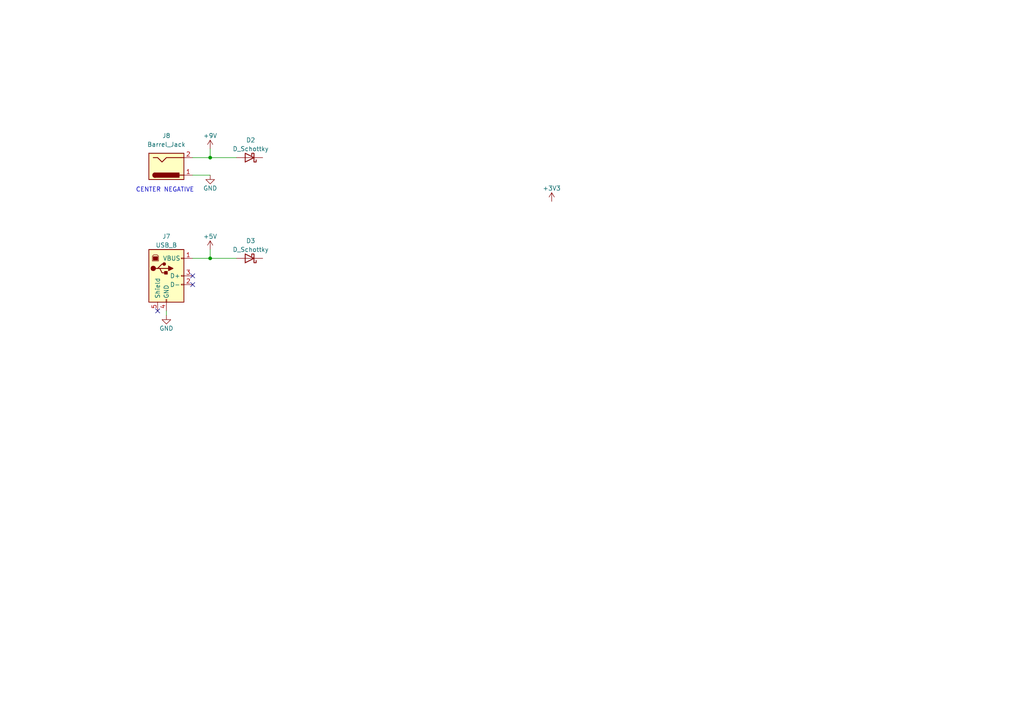
<source format=kicad_sch>
(kicad_sch (version 20230121) (generator eeschema)

  (uuid b7261dc5-6476-4294-ba88-4c6e4b6fb55d)

  (paper "A4")

  (lib_symbols
    (symbol "Connector:Barrel_Jack" (pin_names (offset 1.016)) (in_bom yes) (on_board yes)
      (property "Reference" "J" (at 0 5.334 0)
        (effects (font (size 1.27 1.27)))
      )
      (property "Value" "Barrel_Jack" (at 0 -5.08 0)
        (effects (font (size 1.27 1.27)))
      )
      (property "Footprint" "" (at 1.27 -1.016 0)
        (effects (font (size 1.27 1.27)) hide)
      )
      (property "Datasheet" "~" (at 1.27 -1.016 0)
        (effects (font (size 1.27 1.27)) hide)
      )
      (property "ki_keywords" "DC power barrel jack connector" (at 0 0 0)
        (effects (font (size 1.27 1.27)) hide)
      )
      (property "ki_description" "DC Barrel Jack" (at 0 0 0)
        (effects (font (size 1.27 1.27)) hide)
      )
      (property "ki_fp_filters" "BarrelJack*" (at 0 0 0)
        (effects (font (size 1.27 1.27)) hide)
      )
      (symbol "Barrel_Jack_0_1"
        (rectangle (start -5.08 3.81) (end 5.08 -3.81)
          (stroke (width 0.254) (type default))
          (fill (type background))
        )
        (arc (start -3.302 3.175) (mid -3.9343 2.54) (end -3.302 1.905)
          (stroke (width 0.254) (type default))
          (fill (type none))
        )
        (arc (start -3.302 3.175) (mid -3.9343 2.54) (end -3.302 1.905)
          (stroke (width 0.254) (type default))
          (fill (type outline))
        )
        (polyline
          (pts
            (xy 5.08 2.54)
            (xy 3.81 2.54)
          )
          (stroke (width 0.254) (type default))
          (fill (type none))
        )
        (polyline
          (pts
            (xy -3.81 -2.54)
            (xy -2.54 -2.54)
            (xy -1.27 -1.27)
            (xy 0 -2.54)
            (xy 2.54 -2.54)
            (xy 5.08 -2.54)
          )
          (stroke (width 0.254) (type default))
          (fill (type none))
        )
        (rectangle (start 3.683 3.175) (end -3.302 1.905)
          (stroke (width 0.254) (type default))
          (fill (type outline))
        )
      )
      (symbol "Barrel_Jack_1_1"
        (pin passive line (at 7.62 2.54 180) (length 2.54)
          (name "~" (effects (font (size 1.27 1.27))))
          (number "1" (effects (font (size 1.27 1.27))))
        )
        (pin passive line (at 7.62 -2.54 180) (length 2.54)
          (name "~" (effects (font (size 1.27 1.27))))
          (number "2" (effects (font (size 1.27 1.27))))
        )
      )
    )
    (symbol "Connector:USB_B" (pin_names (offset 1.016)) (in_bom yes) (on_board yes)
      (property "Reference" "J" (at -5.08 11.43 0)
        (effects (font (size 1.27 1.27)) (justify left))
      )
      (property "Value" "USB_B" (at -5.08 8.89 0)
        (effects (font (size 1.27 1.27)) (justify left))
      )
      (property "Footprint" "" (at 3.81 -1.27 0)
        (effects (font (size 1.27 1.27)) hide)
      )
      (property "Datasheet" " ~" (at 3.81 -1.27 0)
        (effects (font (size 1.27 1.27)) hide)
      )
      (property "ki_keywords" "connector USB" (at 0 0 0)
        (effects (font (size 1.27 1.27)) hide)
      )
      (property "ki_description" "USB Type B connector" (at 0 0 0)
        (effects (font (size 1.27 1.27)) hide)
      )
      (property "ki_fp_filters" "USB*" (at 0 0 0)
        (effects (font (size 1.27 1.27)) hide)
      )
      (symbol "USB_B_0_1"
        (rectangle (start -5.08 -7.62) (end 5.08 7.62)
          (stroke (width 0.254) (type default))
          (fill (type background))
        )
        (circle (center -3.81 2.159) (radius 0.635)
          (stroke (width 0.254) (type default))
          (fill (type outline))
        )
        (rectangle (start -3.81 5.588) (end -2.54 4.572)
          (stroke (width 0) (type default))
          (fill (type outline))
        )
        (circle (center -0.635 3.429) (radius 0.381)
          (stroke (width 0.254) (type default))
          (fill (type outline))
        )
        (rectangle (start -0.127 -7.62) (end 0.127 -6.858)
          (stroke (width 0) (type default))
          (fill (type none))
        )
        (polyline
          (pts
            (xy -1.905 2.159)
            (xy 0.635 2.159)
          )
          (stroke (width 0.254) (type default))
          (fill (type none))
        )
        (polyline
          (pts
            (xy -3.175 2.159)
            (xy -2.54 2.159)
            (xy -1.27 3.429)
            (xy -0.635 3.429)
          )
          (stroke (width 0.254) (type default))
          (fill (type none))
        )
        (polyline
          (pts
            (xy -2.54 2.159)
            (xy -1.905 2.159)
            (xy -1.27 0.889)
            (xy 0 0.889)
          )
          (stroke (width 0.254) (type default))
          (fill (type none))
        )
        (polyline
          (pts
            (xy 0.635 2.794)
            (xy 0.635 1.524)
            (xy 1.905 2.159)
            (xy 0.635 2.794)
          )
          (stroke (width 0.254) (type default))
          (fill (type outline))
        )
        (polyline
          (pts
            (xy -4.064 4.318)
            (xy -2.286 4.318)
            (xy -2.286 5.715)
            (xy -2.667 6.096)
            (xy -3.683 6.096)
            (xy -4.064 5.715)
            (xy -4.064 4.318)
          )
          (stroke (width 0) (type default))
          (fill (type none))
        )
        (rectangle (start 0.254 1.27) (end -0.508 0.508)
          (stroke (width 0.254) (type default))
          (fill (type outline))
        )
        (rectangle (start 5.08 -2.667) (end 4.318 -2.413)
          (stroke (width 0) (type default))
          (fill (type none))
        )
        (rectangle (start 5.08 -0.127) (end 4.318 0.127)
          (stroke (width 0) (type default))
          (fill (type none))
        )
        (rectangle (start 5.08 4.953) (end 4.318 5.207)
          (stroke (width 0) (type default))
          (fill (type none))
        )
      )
      (symbol "USB_B_1_1"
        (pin power_out line (at 7.62 5.08 180) (length 2.54)
          (name "VBUS" (effects (font (size 1.27 1.27))))
          (number "1" (effects (font (size 1.27 1.27))))
        )
        (pin bidirectional line (at 7.62 -2.54 180) (length 2.54)
          (name "D-" (effects (font (size 1.27 1.27))))
          (number "2" (effects (font (size 1.27 1.27))))
        )
        (pin bidirectional line (at 7.62 0 180) (length 2.54)
          (name "D+" (effects (font (size 1.27 1.27))))
          (number "3" (effects (font (size 1.27 1.27))))
        )
        (pin power_out line (at 0 -10.16 90) (length 2.54)
          (name "GND" (effects (font (size 1.27 1.27))))
          (number "4" (effects (font (size 1.27 1.27))))
        )
        (pin passive line (at -2.54 -10.16 90) (length 2.54)
          (name "Shield" (effects (font (size 1.27 1.27))))
          (number "5" (effects (font (size 1.27 1.27))))
        )
      )
    )
    (symbol "Device:D_Schottky" (pin_numbers hide) (pin_names (offset 1.016) hide) (in_bom yes) (on_board yes)
      (property "Reference" "D" (at 0 2.54 0)
        (effects (font (size 1.27 1.27)))
      )
      (property "Value" "D_Schottky" (at 0 -2.54 0)
        (effects (font (size 1.27 1.27)))
      )
      (property "Footprint" "" (at 0 0 0)
        (effects (font (size 1.27 1.27)) hide)
      )
      (property "Datasheet" "~" (at 0 0 0)
        (effects (font (size 1.27 1.27)) hide)
      )
      (property "ki_keywords" "diode Schottky" (at 0 0 0)
        (effects (font (size 1.27 1.27)) hide)
      )
      (property "ki_description" "Schottky diode" (at 0 0 0)
        (effects (font (size 1.27 1.27)) hide)
      )
      (property "ki_fp_filters" "TO-???* *_Diode_* *SingleDiode* D_*" (at 0 0 0)
        (effects (font (size 1.27 1.27)) hide)
      )
      (symbol "D_Schottky_0_1"
        (polyline
          (pts
            (xy 1.27 0)
            (xy -1.27 0)
          )
          (stroke (width 0) (type default))
          (fill (type none))
        )
        (polyline
          (pts
            (xy 1.27 1.27)
            (xy 1.27 -1.27)
            (xy -1.27 0)
            (xy 1.27 1.27)
          )
          (stroke (width 0.254) (type default))
          (fill (type none))
        )
        (polyline
          (pts
            (xy -1.905 0.635)
            (xy -1.905 1.27)
            (xy -1.27 1.27)
            (xy -1.27 -1.27)
            (xy -0.635 -1.27)
            (xy -0.635 -0.635)
          )
          (stroke (width 0.254) (type default))
          (fill (type none))
        )
      )
      (symbol "D_Schottky_1_1"
        (pin passive line (at -3.81 0 0) (length 2.54)
          (name "K" (effects (font (size 1.27 1.27))))
          (number "1" (effects (font (size 1.27 1.27))))
        )
        (pin passive line (at 3.81 0 180) (length 2.54)
          (name "A" (effects (font (size 1.27 1.27))))
          (number "2" (effects (font (size 1.27 1.27))))
        )
      )
    )
    (symbol "power:+3V3" (power) (pin_names (offset 0)) (in_bom yes) (on_board yes)
      (property "Reference" "#PWR" (at 0 -3.81 0)
        (effects (font (size 1.27 1.27)) hide)
      )
      (property "Value" "+3V3" (at 0 3.556 0)
        (effects (font (size 1.27 1.27)))
      )
      (property "Footprint" "" (at 0 0 0)
        (effects (font (size 1.27 1.27)) hide)
      )
      (property "Datasheet" "" (at 0 0 0)
        (effects (font (size 1.27 1.27)) hide)
      )
      (property "ki_keywords" "global power" (at 0 0 0)
        (effects (font (size 1.27 1.27)) hide)
      )
      (property "ki_description" "Power symbol creates a global label with name \"+3V3\"" (at 0 0 0)
        (effects (font (size 1.27 1.27)) hide)
      )
      (symbol "+3V3_0_1"
        (polyline
          (pts
            (xy -0.762 1.27)
            (xy 0 2.54)
          )
          (stroke (width 0) (type default))
          (fill (type none))
        )
        (polyline
          (pts
            (xy 0 0)
            (xy 0 2.54)
          )
          (stroke (width 0) (type default))
          (fill (type none))
        )
        (polyline
          (pts
            (xy 0 2.54)
            (xy 0.762 1.27)
          )
          (stroke (width 0) (type default))
          (fill (type none))
        )
      )
      (symbol "+3V3_1_1"
        (pin power_in line (at 0 0 90) (length 0) hide
          (name "+3V3" (effects (font (size 1.27 1.27))))
          (number "1" (effects (font (size 1.27 1.27))))
        )
      )
    )
    (symbol "power:+5V" (power) (pin_names (offset 0)) (in_bom yes) (on_board yes)
      (property "Reference" "#PWR" (at 0 -3.81 0)
        (effects (font (size 1.27 1.27)) hide)
      )
      (property "Value" "+5V" (at 0 3.556 0)
        (effects (font (size 1.27 1.27)))
      )
      (property "Footprint" "" (at 0 0 0)
        (effects (font (size 1.27 1.27)) hide)
      )
      (property "Datasheet" "" (at 0 0 0)
        (effects (font (size 1.27 1.27)) hide)
      )
      (property "ki_keywords" "global power" (at 0 0 0)
        (effects (font (size 1.27 1.27)) hide)
      )
      (property "ki_description" "Power symbol creates a global label with name \"+5V\"" (at 0 0 0)
        (effects (font (size 1.27 1.27)) hide)
      )
      (symbol "+5V_0_1"
        (polyline
          (pts
            (xy -0.762 1.27)
            (xy 0 2.54)
          )
          (stroke (width 0) (type default))
          (fill (type none))
        )
        (polyline
          (pts
            (xy 0 0)
            (xy 0 2.54)
          )
          (stroke (width 0) (type default))
          (fill (type none))
        )
        (polyline
          (pts
            (xy 0 2.54)
            (xy 0.762 1.27)
          )
          (stroke (width 0) (type default))
          (fill (type none))
        )
      )
      (symbol "+5V_1_1"
        (pin power_in line (at 0 0 90) (length 0) hide
          (name "+5V" (effects (font (size 1.27 1.27))))
          (number "1" (effects (font (size 1.27 1.27))))
        )
      )
    )
    (symbol "power:+9V" (power) (pin_names (offset 0)) (in_bom yes) (on_board yes)
      (property "Reference" "#PWR" (at 0 -3.81 0)
        (effects (font (size 1.27 1.27)) hide)
      )
      (property "Value" "+9V" (at 0 3.556 0)
        (effects (font (size 1.27 1.27)))
      )
      (property "Footprint" "" (at 0 0 0)
        (effects (font (size 1.27 1.27)) hide)
      )
      (property "Datasheet" "" (at 0 0 0)
        (effects (font (size 1.27 1.27)) hide)
      )
      (property "ki_keywords" "global power" (at 0 0 0)
        (effects (font (size 1.27 1.27)) hide)
      )
      (property "ki_description" "Power symbol creates a global label with name \"+9V\"" (at 0 0 0)
        (effects (font (size 1.27 1.27)) hide)
      )
      (symbol "+9V_0_1"
        (polyline
          (pts
            (xy -0.762 1.27)
            (xy 0 2.54)
          )
          (stroke (width 0) (type default))
          (fill (type none))
        )
        (polyline
          (pts
            (xy 0 0)
            (xy 0 2.54)
          )
          (stroke (width 0) (type default))
          (fill (type none))
        )
        (polyline
          (pts
            (xy 0 2.54)
            (xy 0.762 1.27)
          )
          (stroke (width 0) (type default))
          (fill (type none))
        )
      )
      (symbol "+9V_1_1"
        (pin power_in line (at 0 0 90) (length 0) hide
          (name "+9V" (effects (font (size 1.27 1.27))))
          (number "1" (effects (font (size 1.27 1.27))))
        )
      )
    )
    (symbol "power:GND" (power) (pin_names (offset 0)) (in_bom yes) (on_board yes)
      (property "Reference" "#PWR" (at 0 -6.35 0)
        (effects (font (size 1.27 1.27)) hide)
      )
      (property "Value" "GND" (at 0 -3.81 0)
        (effects (font (size 1.27 1.27)))
      )
      (property "Footprint" "" (at 0 0 0)
        (effects (font (size 1.27 1.27)) hide)
      )
      (property "Datasheet" "" (at 0 0 0)
        (effects (font (size 1.27 1.27)) hide)
      )
      (property "ki_keywords" "global power" (at 0 0 0)
        (effects (font (size 1.27 1.27)) hide)
      )
      (property "ki_description" "Power symbol creates a global label with name \"GND\" , ground" (at 0 0 0)
        (effects (font (size 1.27 1.27)) hide)
      )
      (symbol "GND_0_1"
        (polyline
          (pts
            (xy 0 0)
            (xy 0 -1.27)
            (xy 1.27 -1.27)
            (xy 0 -2.54)
            (xy -1.27 -1.27)
            (xy 0 -1.27)
          )
          (stroke (width 0) (type default))
          (fill (type none))
        )
      )
      (symbol "GND_1_1"
        (pin power_in line (at 0 0 270) (length 0) hide
          (name "GND" (effects (font (size 1.27 1.27))))
          (number "1" (effects (font (size 1.27 1.27))))
        )
      )
    )
  )

  (junction (at 60.96 74.93) (diameter 0) (color 0 0 0 0)
    (uuid de09db72-c985-4361-ad70-b7672f09c41a)
  )
  (junction (at 60.96 45.72) (diameter 0) (color 0 0 0 0)
    (uuid f177a4f6-40e0-4084-9616-14ab06ef48fd)
  )

  (no_connect (at 55.88 82.55) (uuid 345d2543-c437-4dbe-860d-238a04b2fbcf))
  (no_connect (at 55.88 80.01) (uuid 45b0a81d-dac9-445e-a91e-f51fe1365e05))
  (no_connect (at 45.72 90.17) (uuid a7a838de-a337-4766-881d-3a2d08c6499d))

  (wire (pts (xy 55.88 74.93) (xy 60.96 74.93))
    (stroke (width 0) (type default))
    (uuid 0afd19e1-cf4f-4be0-84b5-598d05874f16)
  )
  (wire (pts (xy 55.88 50.8) (xy 60.96 50.8))
    (stroke (width 0) (type default))
    (uuid 198edbce-7fb0-47ba-b9e1-8356ab51c3a6)
  )
  (wire (pts (xy 60.96 72.39) (xy 60.96 74.93))
    (stroke (width 0) (type default))
    (uuid 810a43c9-bb0d-4fc0-a1f8-9cdeb5ed0f5e)
  )
  (wire (pts (xy 60.96 43.18) (xy 60.96 45.72))
    (stroke (width 0) (type default))
    (uuid 9a349472-bc72-433c-a42e-9d18bc7d22be)
  )
  (wire (pts (xy 48.26 90.17) (xy 48.26 91.44))
    (stroke (width 0) (type default))
    (uuid de15a099-692f-48ce-b353-5253c7d607e0)
  )
  (wire (pts (xy 55.88 45.72) (xy 60.96 45.72))
    (stroke (width 0) (type default))
    (uuid e4a289b1-803a-4d4f-916b-54e064ccaec5)
  )
  (wire (pts (xy 60.96 45.72) (xy 68.58 45.72))
    (stroke (width 0) (type default))
    (uuid efd88f30-1e98-4edd-b4b4-833f7a66ae07)
  )
  (wire (pts (xy 60.96 74.93) (xy 68.58 74.93))
    (stroke (width 0) (type default))
    (uuid f160cdd4-2bf9-4ae2-86c7-48272917e8f2)
  )

  (text "CENTER NEGATIVE" (at 39.37 55.88 0)
    (effects (font (size 1.27 1.27)) (justify left bottom))
    (uuid e41414d7-9adc-4e6d-ae62-fbe5f8fb1dc5)
  )

  (symbol (lib_id "power:+3V3") (at 160.02 58.42 0) (unit 1)
    (in_bom yes) (on_board yes) (dnp no) (fields_autoplaced)
    (uuid 22e6dac4-e0ec-4b64-8468-2a99ecc8f115)
    (property "Reference" "#PWR024" (at 160.02 62.23 0)
      (effects (font (size 1.27 1.27)) hide)
    )
    (property "Value" "+3V3" (at 160.02 54.61 0)
      (effects (font (size 1.27 1.27)))
    )
    (property "Footprint" "" (at 160.02 58.42 0)
      (effects (font (size 1.27 1.27)) hide)
    )
    (property "Datasheet" "" (at 160.02 58.42 0)
      (effects (font (size 1.27 1.27)) hide)
    )
    (pin "1" (uuid 9a7446c8-b7b9-4da0-89f3-29d0013345c2))
    (instances
      (project "channel_splitter"
        (path "/e6e803a2-aecd-4b14-8178-c31e593a6d42/00ff648b-0bf8-4824-b5e6-310a65f34a77"
          (reference "#PWR024") (unit 1)
        )
      )
    )
  )

  (symbol (lib_id "power:+9V") (at 60.96 43.18 0) (unit 1)
    (in_bom yes) (on_board yes) (dnp no) (fields_autoplaced)
    (uuid 439f21f9-1c7c-4bdd-8494-898f7a22560f)
    (property "Reference" "#PWR019" (at 60.96 46.99 0)
      (effects (font (size 1.27 1.27)) hide)
    )
    (property "Value" "+9V" (at 60.96 39.37 0)
      (effects (font (size 1.27 1.27)))
    )
    (property "Footprint" "" (at 60.96 43.18 0)
      (effects (font (size 1.27 1.27)) hide)
    )
    (property "Datasheet" "" (at 60.96 43.18 0)
      (effects (font (size 1.27 1.27)) hide)
    )
    (pin "1" (uuid 4e72b12c-8269-4ef6-8bc2-65ccacc62d1d))
    (instances
      (project "channel_splitter"
        (path "/e6e803a2-aecd-4b14-8178-c31e593a6d42/00ff648b-0bf8-4824-b5e6-310a65f34a77"
          (reference "#PWR019") (unit 1)
        )
      )
    )
  )

  (symbol (lib_id "Connector:USB_B") (at 48.26 80.01 0) (unit 1)
    (in_bom yes) (on_board yes) (dnp no) (fields_autoplaced)
    (uuid 868a17df-eeea-4974-8614-6371f224e39d)
    (property "Reference" "J7" (at 48.26 68.58 0)
      (effects (font (size 1.27 1.27)))
    )
    (property "Value" "USB_B" (at 48.26 71.12 0)
      (effects (font (size 1.27 1.27)))
    )
    (property "Footprint" "" (at 52.07 81.28 0)
      (effects (font (size 1.27 1.27)) hide)
    )
    (property "Datasheet" " ~" (at 52.07 81.28 0)
      (effects (font (size 1.27 1.27)) hide)
    )
    (pin "1" (uuid 12ddaa5e-b410-4cd9-87b2-26de7a978953))
    (pin "2" (uuid 9979bf81-7ae9-4152-9605-330e6846c082))
    (pin "3" (uuid 4a5d62be-7b17-492c-8055-c62d9b3059d5))
    (pin "4" (uuid 011456a0-2444-4cbb-ba33-6fae8ce840aa))
    (pin "5" (uuid ba11a73b-f4a5-4708-a03f-0a43b3962329))
    (instances
      (project "channel_splitter"
        (path "/e6e803a2-aecd-4b14-8178-c31e593a6d42/00ff648b-0bf8-4824-b5e6-310a65f34a77"
          (reference "J7") (unit 1)
        )
      )
    )
  )

  (symbol (lib_id "Connector:Barrel_Jack") (at 48.26 48.26 0) (mirror x) (unit 1)
    (in_bom yes) (on_board yes) (dnp no)
    (uuid abf984e1-23e0-46cd-960c-e9a49feab3ab)
    (property "Reference" "J8" (at 48.26 39.37 0)
      (effects (font (size 1.27 1.27)))
    )
    (property "Value" "Barrel_Jack" (at 48.26 41.91 0)
      (effects (font (size 1.27 1.27)))
    )
    (property "Footprint" "" (at 49.53 47.244 0)
      (effects (font (size 1.27 1.27)) hide)
    )
    (property "Datasheet" "~" (at 49.53 47.244 0)
      (effects (font (size 1.27 1.27)) hide)
    )
    (pin "1" (uuid 6c25dcd0-374c-420f-8dba-79eece470af5))
    (pin "2" (uuid 4eac2139-95bf-4830-845c-fd440a1d32b3))
    (instances
      (project "channel_splitter"
        (path "/e6e803a2-aecd-4b14-8178-c31e593a6d42/00ff648b-0bf8-4824-b5e6-310a65f34a77"
          (reference "J8") (unit 1)
        )
      )
    )
  )

  (symbol (lib_id "power:GND") (at 60.96 50.8 0) (unit 1)
    (in_bom yes) (on_board yes) (dnp no)
    (uuid b956b0db-44b7-4887-8f02-1bc3904fddcc)
    (property "Reference" "#PWR021" (at 60.96 57.15 0)
      (effects (font (size 1.27 1.27)) hide)
    )
    (property "Value" "GND" (at 60.96 54.61 0)
      (effects (font (size 1.27 1.27)))
    )
    (property "Footprint" "" (at 60.96 50.8 0)
      (effects (font (size 1.27 1.27)) hide)
    )
    (property "Datasheet" "" (at 60.96 50.8 0)
      (effects (font (size 1.27 1.27)) hide)
    )
    (pin "1" (uuid 8a2429c8-f300-4cc4-ace2-6adf6c02c420))
    (instances
      (project "channel_splitter"
        (path "/e6e803a2-aecd-4b14-8178-c31e593a6d42/00ff648b-0bf8-4824-b5e6-310a65f34a77"
          (reference "#PWR021") (unit 1)
        )
      )
    )
  )

  (symbol (lib_id "Device:D_Schottky") (at 72.39 45.72 180) (unit 1)
    (in_bom yes) (on_board yes) (dnp no) (fields_autoplaced)
    (uuid bf82bb77-6aba-4557-a045-3f60a8e8df93)
    (property "Reference" "D2" (at 72.7075 40.64 0)
      (effects (font (size 1.27 1.27)))
    )
    (property "Value" "D_Schottky" (at 72.7075 43.18 0)
      (effects (font (size 1.27 1.27)))
    )
    (property "Footprint" "" (at 72.39 45.72 0)
      (effects (font (size 1.27 1.27)) hide)
    )
    (property "Datasheet" "~" (at 72.39 45.72 0)
      (effects (font (size 1.27 1.27)) hide)
    )
    (pin "1" (uuid 5090499b-c19b-4434-8013-b6acfa37dfc4))
    (pin "2" (uuid 42fbbacc-b103-4375-912b-a4865aa9c283))
    (instances
      (project "channel_splitter"
        (path "/e6e803a2-aecd-4b14-8178-c31e593a6d42/00ff648b-0bf8-4824-b5e6-310a65f34a77"
          (reference "D2") (unit 1)
        )
      )
    )
  )

  (symbol (lib_id "power:GND") (at 48.26 91.44 0) (unit 1)
    (in_bom yes) (on_board yes) (dnp no)
    (uuid c2013daa-4cbe-4d70-aa20-77051fe4bb1f)
    (property "Reference" "#PWR020" (at 48.26 97.79 0)
      (effects (font (size 1.27 1.27)) hide)
    )
    (property "Value" "GND" (at 48.26 95.25 0)
      (effects (font (size 1.27 1.27)))
    )
    (property "Footprint" "" (at 48.26 91.44 0)
      (effects (font (size 1.27 1.27)) hide)
    )
    (property "Datasheet" "" (at 48.26 91.44 0)
      (effects (font (size 1.27 1.27)) hide)
    )
    (pin "1" (uuid 8d998d1a-2012-421d-8afe-71ab0300e98d))
    (instances
      (project "channel_splitter"
        (path "/e6e803a2-aecd-4b14-8178-c31e593a6d42/00ff648b-0bf8-4824-b5e6-310a65f34a77"
          (reference "#PWR020") (unit 1)
        )
      )
    )
  )

  (symbol (lib_id "Device:D_Schottky") (at 72.39 74.93 180) (unit 1)
    (in_bom yes) (on_board yes) (dnp no) (fields_autoplaced)
    (uuid d1c0dee8-0ddd-4a90-853e-d13097df673d)
    (property "Reference" "D3" (at 72.7075 69.85 0)
      (effects (font (size 1.27 1.27)))
    )
    (property "Value" "D_Schottky" (at 72.7075 72.39 0)
      (effects (font (size 1.27 1.27)))
    )
    (property "Footprint" "" (at 72.39 74.93 0)
      (effects (font (size 1.27 1.27)) hide)
    )
    (property "Datasheet" "~" (at 72.39 74.93 0)
      (effects (font (size 1.27 1.27)) hide)
    )
    (pin "1" (uuid f53705c7-19eb-425c-9588-f5e2a5211511))
    (pin "2" (uuid 2d67df7f-73e9-49e3-89da-a7a382f3c724))
    (instances
      (project "channel_splitter"
        (path "/e6e803a2-aecd-4b14-8178-c31e593a6d42/00ff648b-0bf8-4824-b5e6-310a65f34a77"
          (reference "D3") (unit 1)
        )
      )
    )
  )

  (symbol (lib_id "power:+5V") (at 60.96 72.39 0) (unit 1)
    (in_bom yes) (on_board yes) (dnp no) (fields_autoplaced)
    (uuid f30be3fb-9a8e-4e8f-ae8c-99a9d93642b5)
    (property "Reference" "#PWR022" (at 60.96 76.2 0)
      (effects (font (size 1.27 1.27)) hide)
    )
    (property "Value" "+5V" (at 60.96 68.58 0)
      (effects (font (size 1.27 1.27)))
    )
    (property "Footprint" "" (at 60.96 72.39 0)
      (effects (font (size 1.27 1.27)) hide)
    )
    (property "Datasheet" "" (at 60.96 72.39 0)
      (effects (font (size 1.27 1.27)) hide)
    )
    (pin "1" (uuid 4fa6f260-157a-421a-9d89-d9c86622db24))
    (instances
      (project "channel_splitter"
        (path "/e6e803a2-aecd-4b14-8178-c31e593a6d42/00ff648b-0bf8-4824-b5e6-310a65f34a77"
          (reference "#PWR022") (unit 1)
        )
      )
    )
  )
)

</source>
